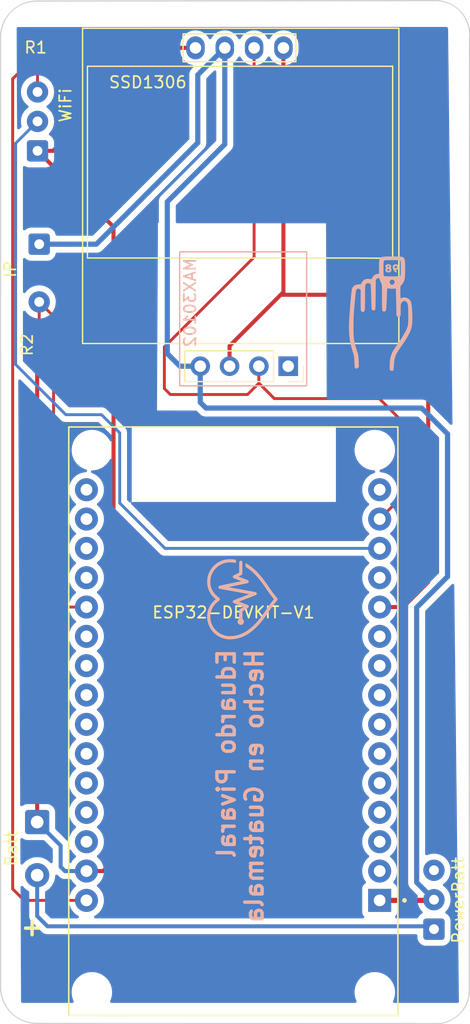
<source format=kicad_pcb>
(kicad_pcb (version 20221018) (generator pcbnew)
  (layers (0 "F.Cu" signal) (31 "B.Cu" signal) (34 "B.Paste" user) (35 "F.Paste" user) (36 "B.SilkS" user "B.Silkscreen") (37 "F.SilkS" user "F.Silkscreen") (38 "B.Mask" user) (39 "F.Mask" user) (44 "Edge.Cuts" user))
  (net 0 "")
  (net 1 "Net-(Brd1-SCL)")
  (net 2 "Net-(Brd1-SDA)")
  (net 3 "Net-(U1-VIN)")
  (net 4 "Net-(SW2-C)")
  (net 5 "Net-(U1-D35)")
  (net 7 "Net-(SW2-B)")
  (net 31 "/GND")
  (net 32 "/+")
  (net 33 "/Vdd")
  (footprint "Resistor_SMD:R_0201_0603Metric" (layer "F.Cu") (at 132.37194 64.017775)
    (fp_text reference "R1" (at 0.106768 -1.143941) (layer "F.SilkS"))
    (fp_text value "10K" hide)
    (pad "1" smd roundrect (at -0.32 0) (size 0.46 0.4) (layers "F.Cu" "F.Mask") (net 3 "Net-(U1-VIN)"))
    (pad "2" smd roundrect (at 0.32 0) (size 0.46 0.4) (layers "F.Cu" "F.Mask") (net 4 "Net-(SW2-C)"))
  )
  (footprint "Connector_Wire:SolderWire-0.25sqmm_1x02_P4.2mm_D0.65mm_OD1.7mm" (layer "F.Cu") (at 132.783269 79.900661 -90)
    (fp_text reference "SW3" hide)
    (fp_text value "IP" (at 2.160971 2.514259 -90) (layer "F.SilkS"))
    (pad "1" thru_hole roundrect (at 0 0 270) (size 1.85 1.85) (drill 0.85) (layers "*.Cu" "*.Mask") (roundrect_rratio 0.135135) (net 33 "/Vdd"))
    (pad "2" thru_hole circle (at 5 0 270) (size 1.85 1.85) (drill 0.85) (layers "*.Cu" "*.Mask") (net 5 "Net-(U1-D35)"))
  )
  (footprint "Connector_Wire:SolderWire-0.25sqmm_1x03_P4.2mm_D0.65mm_OD1.7mm" (layer "F.Cu") (at 166.983324 139.21326 90)
    (fp_text reference "SW1" hide)
    (fp_text value "PowerBatt" (at 2.5 2.1 90) (layer "F.SilkS"))
    (pad "1" thru_hole roundrect (at 0 0 90) (size 1.85 1.85) (drill 0.85) (layers "*.Cu" "*.Mask") (roundrect_rratio 0.135135) (net 32 "/+"))
    (pad "2" thru_hole circle (at 2.55 0 90) (size 1.85 1.85) (drill 0.85) (layers "*.Cu" "*.Mask") (net 33 "/Vdd"))
    (pad "3" thru_hole circle (at 5.1 0 90) (size 1.85 1.85) (drill 0.85) (layers "*.Cu" "*.Mask"))
  )
  (footprint "Connector_Wire:SolderWire-0.25sqmm_1x03_P4.2mm_D0.65mm_OD1.7mm" (layer "F.Cu") (at 132.639038 71.819081 90)
    (fp_text reference "SW2" hide)
    (fp_text value "WiFi" (at 3.951941 2.417366 90) (layer "F.SilkS"))
    (pad "1" thru_hole roundrect (at 0 0 90) (size 1.85 1.85) (drill 0.85) (layers "*.Cu" "*.Mask") (roundrect_rratio 0.135135) (net 31 "/GND"))
    (pad "2" thru_hole circle (at 2.55 0 90) (size 1.85 1.85) (drill 0.85) (layers "*.Cu" "*.Mask") (net 7 "Net-(SW2-B)"))
    (pad "3" thru_hole circle (at 5.1 0 90) (size 1.85 1.85) (drill 0.85) (layers "*.Cu" "*.Mask") (net 4 "Net-(SW2-C)"))
  )
  (footprint "Resistor_SMD:R_0201_0603Metric" (layer "F.Cu") (at 132.783269 88.644468 90)
    (fp_text reference "R2" (at 0.024193 -1.065584 90) (layer "F.SilkS"))
    (fp_text value "10K" hide)
    (pad "1" smd roundrect (at -0.32 0 90) (size 0.46 0.4) (layers "F.Cu" "F.Mask") (net 31 "/GND"))
    (pad "2" smd roundrect (at 0.32 0 90) (size 0.46 0.4) (layers "F.Cu" "F.Mask") (net 5 "Net-(U1-D35)"))
  )
  (footprint "SSD1306:128x64OLED" (layer "F.Cu") (at 149.941991 73.501767)
    (fp_text reference "Brd1" hide)
    (fp_text value "SSD1306" (at -7.747 -7.62) (layer "F.SilkS"))
    (pad "1" thru_hole oval (at -3.62 -10.6 90) (size 2 1.6) (drill 1) (layers "*.Cu" "*.Mask") (net 31 "/GND"))
    (pad "2" thru_hole oval (at -1.08 -10.6 90) (size 2 1.6) (drill 1) (layers "*.Cu" "*.Mask") (net 33 "/Vdd"))
    (pad "3" thru_hole oval (at 1.46 -10.6 90) (size 2 1.6) (drill 1) (layers "*.Cu" "*.Mask") (net 1 "Net-(Brd1-SCL)"))
    (pad "4" thru_hole oval (at 4 -10.6 90) (size 2 1.6) (drill 1) (layers "*.Cu" "*.Mask") (net 2 "Net-(Brd1-SDA)"))
  )
  (footprint "ESP32:MODULE_ESP32_DEVKIT_V1" (layer "F.Cu") (at 149.578294 121.206893 180)
    (fp_text reference "U1" hide)
    (fp_text value "ESP32-DEVKIT-V1" (at -0.037644 9.418567) (layer "F.SilkS"))
    (pad "" np_thru_hole circle (at -12.28 -23.475 180) (size 3 3) (drill 3) (layers "*.Cu" "*.Mask"))
    (pad "" np_thru_hole circle (at -12.28 23.475 180) (size 3 3) (drill 3) (layers "*.Cu" "*.Mask"))
    (pad "" np_thru_hole circle (at 12.23 -23.475 180) (size 3 3) (drill 3) (layers "*.Cu" "*.Mask"))
    (pad "" np_thru_hole circle (at 12.23 23.475 180) (size 3 3) (drill 3) (layers "*.Cu" "*.Mask"))
    (pad "1" thru_hole rect (at -12.7 -15.515 180) (size 2 2) (drill 1.02) (layers "*.Cu" "*.Mask") (net 33 "/Vdd"))
    (pad "2" thru_hole circle (at -12.7 -12.975 180) (size 2 2) (drill 1.02) (layers "*.Cu" "*.Mask") (net 31 "/GND"))
    (pad "3" thru_hole circle (at -12.7 -10.435 180) (size 2 2) (drill 1.02) (layers "*.Cu" "*.Mask"))
    (pad "4" thru_hole circle (at -12.7 -7.895 180) (size 2 2) (drill 1.02) (layers "*.Cu" "*.Mask"))
    (pad "5" thru_hole circle (at -12.7 -5.355 180) (size 2 2) (drill 1.02) (layers "*.Cu" "*.Mask"))
    (pad "6" thru_hole circle (at -12.7 -2.815 180) (size 2 2) (drill 1.02) (layers "*.Cu" "*.Mask"))
    (pad "7" thru_hole circle (at -12.7 -0.275 180) (size 2 2) (drill 1.02) (layers "*.Cu" "*.Mask"))
    (pad "8" thru_hole circle (at -12.7 2.265 180) (size 2 2) (drill 1.02) (layers "*.Cu" "*.Mask"))
    (pad "9" thru_hole circle (at -12.7 4.805 180) (size 2 2) (drill 1.02) (layers "*.Cu" "*.Mask"))
    (pad "10" thru_hole circle (at -12.7 7.345 180) (size 2 2) (drill 1.02) (layers "*.Cu" "*.Mask"))
    (pad "11" thru_hole circle (at -12.7 9.885 180) (size 2 2) (drill 1.02) (layers "*.Cu" "*.Mask") (net 2 "Net-(Brd1-SDA)"))
    (pad "12" thru_hole circle (at -12.7 12.425 180) (size 2 2) (drill 1.02) (layers "*.Cu" "*.Mask"))
    (pad "13" thru_hole circle (at -12.7 14.965 180) (size 2 2) (drill 1.02) (layers "*.Cu" "*.Mask") (net 7 "Net-(SW2-B)"))
    (pad "14" thru_hole circle (at -12.7 17.505 180) (size 2 2) (drill 1.02) (layers "*.Cu" "*.Mask") (net 1 "Net-(Brd1-SCL)"))
    (pad "15" thru_hole circle (at -12.7 20.045 180) (size 2 2) (drill 1.02) (layers "*.Cu" "*.Mask"))
    (pad "16" thru_hole circle (at 12.7 20.045 180) (size 2 2) (drill 1.02) (layers "*.Cu" "*.Mask"))
    (pad "17" thru_hole circle (at 12.7 17.505 180) (size 2 2) (drill 1.02) (layers "*.Cu" "*.Mask"))
    (pad "18" thru_hole circle (at 12.7 14.965 180) (size 2 2) (drill 1.02) (layers "*.Cu" "*.Mask"))
    (pad "19" thru_hole circle (at 12.7 12.425 180) (size 2 2) (drill 1.02) (layers "*.Cu" "*.Mask"))
    (pad "20" thru_hole circle (at 12.7 9.885 180) (size 2 2) (drill 1.02) (layers "*.Cu" "*.Mask") (net 5 "Net-(U1-D35)"))
    (pad "21" thru_hole circle (at 12.7 7.345 180) (size 2 2) (drill 1.02) (layers "*.Cu" "*.Mask"))
    (pad "22" thru_hole circle (at 12.7 4.805 180) (size 2 2) (drill 1.02) (layers "*.Cu" "*.Mask"))
    (pad "23" thru_hole circle (at 12.7 2.265 180) (size 2 2) (drill 1.02) (layers "*.Cu" "*.Mask"))
    (pad "24" thru_hole circle (at 12.7 -0.275 180) (size 2 2) (drill 1.02) (layers "*.Cu" "*.Mask"))
    (pad "25" thru_hole circle (at 12.7 -2.815 180) (size 2 2) (drill 1.02) (layers "*.Cu" "*.Mask"))
    (pad "26" thru_hole circle (at 12.7 -5.355 180) (size 2 2) (drill 1.02) (layers "*.Cu" "*.Mask"))
    (pad "27" thru_hole circle (at 12.7 -7.895 180) (size 2 2) (drill 1.02) (layers "*.Cu" "*.Mask"))
    (pad "28" thru_hole circle (at 12.7 -10.435 180) (size 2 2) (drill 1.02) (layers "*.Cu" "*.Mask"))
    (pad "29" thru_hole circle (at 12.7 -12.975 180) (size 2 2) (drill 1.02) (layers "*.Cu" "*.Mask") (net 31 "/GND"))
    (pad "30" thru_hole circle (at 12.7 -15.515 180) (size 2 2) (drill 1.02) (layers "*.Cu" "*.Mask") (net 3 "Net-(U1-VIN)"))
    (zone (net 0) (net_name "") (layer "B.Cu") (connect_pads (clearance 0)) (min_thickness 0.01)
      (keepout (tracks not_allowed) (vias not_allowed) (pads not_allowed) (copperpour not_allowed) (footprints allowed))
      (fill (thermal_gap 0.508) (thermal_bridge_width 0.508))
      (polygon (pts (xy 158.488294 102.221893) (xy 140.798294 102.221893) (xy 140.798294 95.731893) (xy 158.488294 95.731893)))
    )
  )
  (footprint "Connector_PinSocket_2.54mm:PinSocket_1x04_P2.54mm_Vertical" (layer "F.Cu") (at 154.354653 90.466318 -90)
    (fp_text reference "U2" hide)
    (fp_text value "MAX30102" (at -5.5 8.5 90) (layer "B.SilkS") (effects (justify mirror)))
    (pad "1" thru_hole rect (at 0 0 270) (size 1.7 1.7) (drill 1) (layers "*.Cu" "*.Mask"))
    (pad "2" thru_hole oval (at 0 2.54 270) (size 1.7 1.7) (drill 1) (layers "*.Cu" "*.Mask") (net 1 "Net-(Brd1-SCL)"))
    (pad "3" thru_hole oval (at 0 5.08 270) (size 1.7 1.7) (drill 1) (layers "*.Cu" "*.Mask") (net 2 "Net-(Brd1-SDA)"))
    (pad "4" thru_hole oval (at 0 7.62 270) (size 1.7 1.7) (drill 1) (layers "*.Cu" "*.Mask") (net 33 "/Vdd"))
  )
  (footprint "Connector_Wire:SolderWire-0.5sqmm_1x02_P4.6mm_D0.9mm_OD2.1mm" (layer "F.Cu") (at 132.608299 129.940814 -90)
    (fp_text reference "J1" hide)
    (fp_text value "Batt" (at 2.3 2.25 90) (layer "F.SilkS"))
    (pad "1" thru_hole roundrect (at 0 0 270) (size 2.1 2.1) (drill 1.1) (layers "*.Cu" "*.Mask") (roundrect_rratio 0.119048) (net 31 "/GND"))
    (pad "2" thru_hole circle (at 4.6 0 270) (size 2.1 2.1) (drill 1.1) (layers "*.Cu" "*.Mask") (net 32 "/+"))
  )
  (footprint "Logos:spo2" (layer "B.Cu") (at 162.416138 85.872228 180)
    (fp_text reference "G***" hide)
    (fp_text value "LOGO" hide)
  )
  (footprint "Logos:heartRate" (layer "B.Cu") (at 150.27435 110.674501 -90)
    (fp_text reference "G***" hide)
    (fp_text value "LOGO" hide)
  )
  (gr_line (start 132.577832 147.373605) (end 167.503354 147.382928) (stroke (width 0.1)) (layer "Edge.Cuts"))
  (gr_arc (start 132.577832 147.373605) (mid 130.358649 146.454389) (end 129.439433 144.235206) (stroke (width 0.1)) (layer "Edge.Cuts"))
  (gr_arc (start 170.041237 144.336502) (mid 169.376914 146.363404) (end 167.503354 147.382928) (stroke (width 0.1)) (layer "Edge.Cuts"))
  (gr_line (start 166.925709 58.812205) (end 132.576654 58.848076) (stroke (width 0.1)) (layer "Edge.Cuts"))
  (gr_line (start 129.438255 61.986475) (end 129.439433 144.235206) (stroke (width 0.1)) (layer "Edge.Cuts"))
  (gr_arc (start 129.438255 61.986475) (mid 130.357471 59.767292) (end 132.576654 58.848076) (stroke (width 0.1)) (layer "Edge.Cuts"))
  (gr_line (start 170.041237 144.336502) (end 170.055972 62.118856) (stroke (width 0.1)) (layer "Edge.Cuts"))
  (gr_arc (start 166.925709 58.812205) (mid 169.262905 59.734651) (end 170.055972 62.118856) (stroke (width 0.1)) (layer "Edge.Cuts"))
  (gr_text "Eduardo Pivaral\nHecho en Guatemala" (at 152.293062 114.818174 90) (layer "B.SilkS") (effects (font (size 1.5 1.5) (thickness 0.3) bold) (justify left bottom mirror)))
  (gr_text "+" (at 132.168092 139.016248) (layer "F.SilkS") (effects (font (size 1.5 1.5) (thickness 0.3))))
  (segment (start 164.924745 101.055442) (end 162.278294 103.701893) (width 0.25) (layer "F.Cu") (net 1))
  (segment (start 151.814653 90.466318) (end 151.814653 91.937837) (width 0.25) (layer "F.Cu") (net 1))
  (segment (start 151.81855 91.937837) (end 153.149778 93.269065) (width 0.25) (layer "F.Cu") (net 1))
  (segment (start 151.814653 91.937837) (end 151.81855 91.937837) (width 0.25) (layer "F.Cu") (net 1))
  (segment (start 164.924745 95.945887) (end 164.924745 101.055442) (width 0.25) (layer "F.Cu") (net 1))
  (segment (start 153.149778 93.269065) (end 162.247923 93.269065) (width 0.25) (layer "F.Cu") (net 1))
  (segment (start 143.628382 88.799092) (end 151.401991 81.025483) (width 0.25) (layer "F.Cu") (net 1))
  (segment (start 151.814653 91.937837) (end 150.83521 92.91728) (width 0.25) (layer "F.Cu") (net 1))
  (segment (start 151.401991 81.025483) (end 151.401991 62.901767) (width 0.25) (layer "F.Cu") (net 1))
  (segment (start 150.83521 92.91728) (end 144.143156 92.91728) (width 0.25) (layer "F.Cu") (net 1))
  (segment (start 143.628382 92.402506) (end 143.628382 88.799092) (width 0.25) (layer "F.Cu") (net 1))
  (segment (start 144.143156 92.91728) (end 143.628382 92.402506) (width 0.25) (layer "F.Cu") (net 1))
  (segment (start 151.814653 63.314429) (end 151.401991 62.901767) (width 0.25) (layer "F.Cu") (net 1))
  (segment (start 162.247923 93.269065) (end 164.924745 95.945887) (width 0.25) (layer "F.Cu") (net 1))
  (segment (start 153.706101 84.280926) (end 153.941991 84.045036) (width 0.35) (layer "F.Cu") (net 2))
  (segment (start 162.278294 111.321893) (end 164.318752 111.321893) (width 0.35) (layer "F.Cu") (net 2))
  (segment (start 161.427703 84.280926) (end 153.706101 84.280926) (width 0.35) (layer "F.Cu") (net 2))
  (segment (start 164.318752 111.321893) (end 166.484322 109.156323) (width 0.35) (layer "F.Cu") (net 2))
  (segment (start 166.484322 89.337545) (end 161.427703 84.280926) (width 0.35) (layer "F.Cu") (net 2))
  (segment (start 149.274653 90.466318) (end 149.274653 88.712374) (width 0.35) (layer "F.Cu") (net 2))
  (segment (start 166.484322 109.156323) (end 166.484322 89.337545) (width 0.35) (layer "F.Cu") (net 2))
  (segment (start 153.941991 84.045036) (end 153.941991 62.901767) (width 0.35) (layer "F.Cu") (net 2))
  (segment (start 149.274653 88.712374) (end 153.706101 84.280926) (width 0.35) (layer "F.Cu") (net 2))
  (segment (start 132.05194 64.017775) (end 130.484898 65.584817) (width 0.25) (layer "F.Cu") (net 3))
  (segment (start 130.484898 135.73081) (end 131.475981 136.721893) (width 0.25) (layer "F.Cu") (net 3))
  (segment (start 130.484898 65.584817) (end 130.484898 135.73081) (width 0.25) (layer "F.Cu") (net 3))
  (segment (start 131.475981 136.721893) (end 136.878294 136.721893) (width 0.25) (layer "F.Cu") (net 3))
  (segment (start 132.639038 64.070677) (end 132.639038 66.719081) (width 0.25) (layer "F.Cu") (net 4))
  (segment (start 132.69194 64.017775) (end 132.639038 64.070677) (width 0.25) (layer "F.Cu") (net 4))
  (segment (start 136.878294 111.321893) (end 134.699131 111.321893) (width 0.25) (layer "F.Cu") (net 5))
  (segment (start 132.783269 84.900661) (end 132.783269 88.324468) (width 0.25) (layer "F.Cu") (net 5))
  (segment (start 134.028445 86.145837) (end 132.783269 84.900661) (width 0.25) (layer "F.Cu") (net 5))
  (segment (start 134.699131 111.321893) (end 134.028445 110.651207) (width 0.25) (layer "F.Cu") (net 5))
  (segment (start 134.028445 110.651207) (end 134.028445 86.145837) (width 0.25) (layer "F.Cu") (net 5))
  (segment (start 132.639038 69.269081) (end 130.741685 71.166434) (width 0.25) (layer "B.Cu") (net 7))
  (segment (start 139.760235 102.318392) (end 143.683736 106.241893) (width 0.25) (layer "B.Cu") (net 7))
  (segment (start 143.683736 106.241893) (end 162.278294 106.241893) (width 0.25) (layer "B.Cu") (net 7))
  (segment (start 139.760235 96.244066) (end 139.760235 102.318392) (width 0.25) (layer "B.Cu") (net 7))
  (segment (start 135.092956 94.665427) (end 138.181596 94.665427) (width 0.25) (layer "B.Cu") (net 7))
  (segment (start 138.181596 94.665427) (end 139.760235 96.244066) (width 0.25) (layer "B.Cu") (net 7))
  (segment (start 130.741685 90.314156) (end 135.092956 94.665427) (width 0.25) (layer "B.Cu") (net 7))
  (segment (start 130.741685 71.166434) (end 130.741685 90.314156) (width 0.25) (layer "B.Cu") (net 7))
  (segment (start 139.223294 133.279749) (end 138.32115 134.181893) (width 0.35) (layer "F.Cu") (net 31))
  (segment (start 132.608299 89.139438) (end 132.608299 129.940814) (width 0.35) (layer "F.Cu") (net 31))
  (segment (start 132.639038 71.819081) (end 139.223294 78.403337) (width 0.35) (layer "F.Cu") (net 31))
  (segment (start 139.223294 78.403337) (end 139.223294 133.279749) (width 0.35) (layer "F.Cu") (net 31))
  (segment (start 133.981566 71.819081) (end 137.176555 68.624092) (width 0.35) (layer "F.Cu") (net 31))
  (segment (start 132.639038 71.819081) (end 133.981566 71.819081) (width 0.35) (layer "F.Cu") (net 31))
  (segment (start 138.32115 134.181893) (end 136.878294 134.181893) (width 0.35) (layer "F.Cu") (net 31))
  (segment (start 132.783269 88.964468) (end 132.800461 88.98166) (width 0.35) (layer "F.Cu") (net 31))
  (segment (start 137.176555 64.19704) (end 138.471828 62.901767) (width 0.35) (layer "F.Cu") (net 31))
  (segment (start 138.471828 62.901767) (end 146.321991 62.901767) (width 0.35) (layer "F.Cu") (net 31))
  (segment (start 132.783269 88.964468) (end 132.608299 89.139438) (width 0.35) (layer "F.Cu") (net 31))
  (segment (start 137.176555 68.624092) (end 137.176555 64.19704) (width 0.35) (layer "F.Cu") (net 31))
  (segment (start 135.008983 134.181893) (end 136.878294 134.181893) (width 0.35) (layer "B.Cu") (net 31))
  (segment (start 132.608299 129.940814) (end 134.642378 131.974893) (width 0.35) (layer "B.Cu") (net 31))
  (segment (start 134.642378 133.815288) (end 135.008983 134.181893) (width 0.35) (layer "B.Cu") (net 31))
  (segment (start 134.642378 131.974893) (end 134.642378 133.815288) (width 0.35) (layer "B.Cu") (net 31))
  (segment (start 132.608299 134.540814) (end 132.608299 138.07062) (width 0.35) (layer "B.Cu") (net 32))
  (segment (start 166.7374 138.967336) (end 166.983324 139.21326) (width 0.35) (layer "B.Cu") (net 32))
  (segment (start 133.505015 138.967336) (end 166.7374 138.967336) (width 0.35) (layer "B.Cu") (net 32))
  (segment (start 132.608299 138.07062) (end 133.505015 138.967336) (width 0.35) (layer "B.Cu") (net 32))
  (segment (start 166.924691 136.721893) (end 166.983324 136.66326) (width 0.45) (layer "F.Cu") (net 33))
  (segment (start 162.278294 136.721893) (end 166.924691 136.721893) (width 0.45) (layer "F.Cu") (net 33))
  (segment (start 146.522982 71.116262) (end 146.522982 65.240776) (width 0.45) (layer "B.Cu") (net 33))
  (segment (start 144.973236 90.466318) (end 143.880478 89.37356) (width 0.45) (layer "B.Cu") (net 33))
  (segment (start 143.880478 89.37356) (end 143.880478 76.229678) (width 0.45) (layer "B.Cu") (net 33))
  (segment (start 137.738583 79.900661) (end 146.522982 71.116262) (width 0.45) (layer "B.Cu") (net 33))
  (segment (start 143.880478 76.229678) (end 148.861991 71.248165) (width 0.45) (layer "B.Cu") (net 33))
  (segment (start 146.522982 65.240776) (end 148.861991 62.901767) (width 0.45) (layer "B.Cu") (net 33))
  (segment (start 166.983324 136.66326) (end 165.484013 135.163949) (width 0.45) (layer "B.Cu") (net 33))
  (segment (start 165.920637 94.091139) (end 147.234361 94.091139) (width 0.45) (layer "B.Cu") (net 33))
  (segment (start 168.159901 96.330403) (end 165.920637 94.091139) (width 0.45) (layer "B.Cu") (net 33))
  (segment (start 165.484013 111.360854) (end 168.159901 108.684966) (width 0.45) (layer "B.Cu") (net 33))
  (segment (start 147.234361 94.091139) (end 146.734653 93.591431) (width 0.45) (layer "B.Cu") (net 33))
  (segment (start 148.861991 71.248165) (end 148.861991 62.901767) (width 0.45) (layer "B.Cu") (net 33))
  (segment (start 132.783269 79.900661) (end 137.738583 79.900661) (width 0.45) (layer "B.Cu") (net 33))
  (segment (start 168.159901 108.684966) (end 168.159901 96.330403) (width 0.45) (layer "B.Cu") (net 33))
  (segment (start 146.734653 90.466318) (end 144.973236 90.466318) (width 0.45) (layer "B.Cu") (net 33))
  (segment (start 146.734653 93.591431) (end 146.734653 90.466318) (width 0.45) (layer "B.Cu") (net 33))
  (segment (start 165.484013 135.163949) (end 165.484013 111.360854) (width 0.45) (layer "B.Cu") (net 33))
  (zone (net 0) (net_name "") (layer "B.Cu") (name "Fill1") (connect_pads (clearance 0)) (min_thickness 0.25)
    (keepout (tracks not_allowed) (vias not_allowed) (pads not_allowed) (copperpour not_allowed) (footprints allowed))
    (fill (thermal_gap 0.5) (thermal_bridge_width 0.5) (island_removal_mode 1) (island_area_min 10))
    (polygon (pts (xy 143.068265 78.090089) (xy 157.63043 78.093742) (xy 157.695646 94.332475) (xy 142.989484 94.299867) (xy 143.071607 78.093741)))
  )
  (zone (net 0) (net_name "") (layer "B.Cu") (name "Fill1") (priority 1) (connect_pads (clearance 0.508)) (min_thickness 0.25) (fill yes (thermal_gap 0.5) (thermal_bridge_width 0.5) (island_removal_mode 1) (island_area_min 10))
    (polygon (pts (xy 168.214049 61.090166) (xy 130.828419 61.099602) (xy 131.213598 145.600929) (xy 169.144735 145.600929) (xy 168.205897 61.230108) (xy 168.184158 61.208369)))
  )
)
</source>
